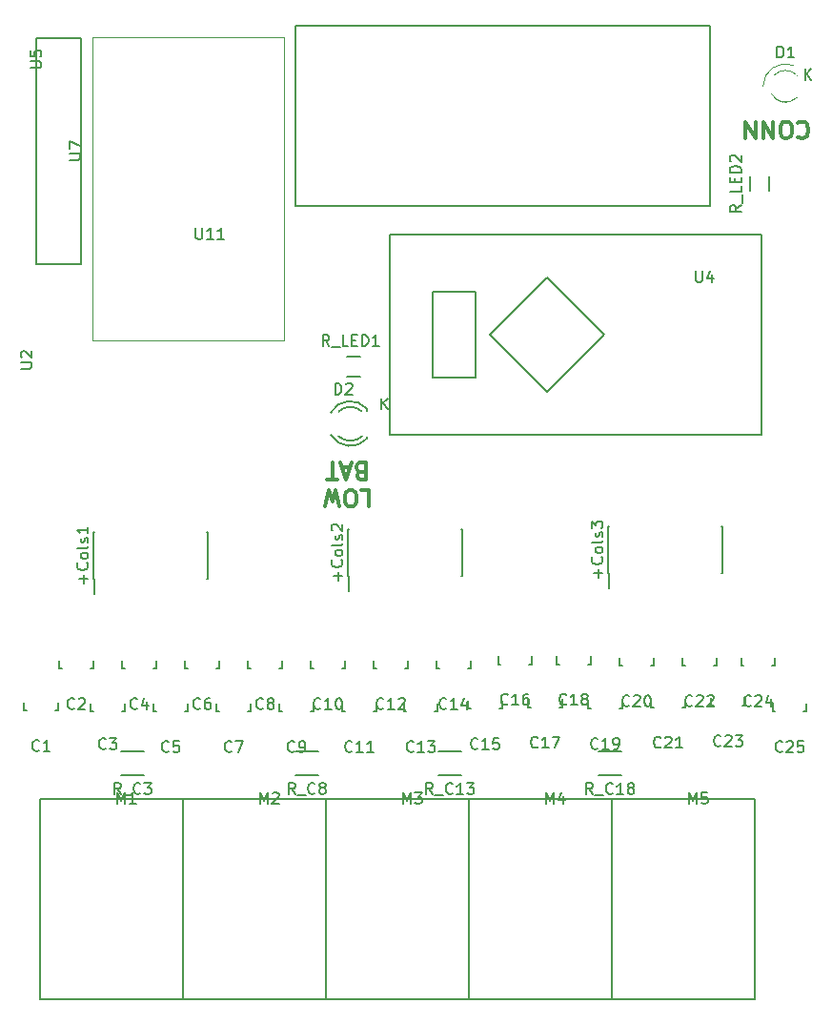
<source format=gbr>
G04 #@! TF.FileFunction,Legend,Top*
%FSLAX46Y46*%
G04 Gerber Fmt 4.6, Leading zero omitted, Abs format (unit mm)*
G04 Created by KiCad (PCBNEW 4.0.2+dfsg1-stable) date Po  3. jún 2019, 21:27:26 CEST*
%MOMM*%
G01*
G04 APERTURE LIST*
%ADD10C,0.100000*%
%ADD11C,0.300000*%
%ADD12C,0.150000*%
G04 APERTURE END LIST*
D10*
D11*
X147736571Y-94501429D02*
X148450857Y-94501429D01*
X148450857Y-96001429D01*
X146950857Y-96001429D02*
X146665143Y-96001429D01*
X146522285Y-95930000D01*
X146379428Y-95787143D01*
X146308000Y-95501429D01*
X146308000Y-95001429D01*
X146379428Y-94715714D01*
X146522285Y-94572857D01*
X146665143Y-94501429D01*
X146950857Y-94501429D01*
X147093714Y-94572857D01*
X147236571Y-94715714D01*
X147308000Y-95001429D01*
X147308000Y-95501429D01*
X147236571Y-95787143D01*
X147093714Y-95930000D01*
X146950857Y-96001429D01*
X145807999Y-96001429D02*
X145450856Y-94501429D01*
X145165142Y-95572857D01*
X144879428Y-94501429D01*
X144522285Y-96001429D01*
X147665142Y-92887143D02*
X147450856Y-92815714D01*
X147379428Y-92744286D01*
X147307999Y-92601429D01*
X147307999Y-92387143D01*
X147379428Y-92244286D01*
X147450856Y-92172857D01*
X147593714Y-92101429D01*
X148165142Y-92101429D01*
X148165142Y-93601429D01*
X147665142Y-93601429D01*
X147522285Y-93530000D01*
X147450856Y-93458571D01*
X147379428Y-93315714D01*
X147379428Y-93172857D01*
X147450856Y-93030000D01*
X147522285Y-92958571D01*
X147665142Y-92887143D01*
X148165142Y-92887143D01*
X146736571Y-92530000D02*
X146022285Y-92530000D01*
X146879428Y-92101429D02*
X146379428Y-93601429D01*
X145879428Y-92101429D01*
X145593714Y-93601429D02*
X144736571Y-93601429D01*
X145165142Y-92101429D02*
X145165142Y-93601429D01*
X186550857Y-61948286D02*
X186622286Y-61876857D01*
X186836572Y-61805429D01*
X186979429Y-61805429D01*
X187193714Y-61876857D01*
X187336572Y-62019714D01*
X187408000Y-62162571D01*
X187479429Y-62448286D01*
X187479429Y-62662571D01*
X187408000Y-62948286D01*
X187336572Y-63091143D01*
X187193714Y-63234000D01*
X186979429Y-63305429D01*
X186836572Y-63305429D01*
X186622286Y-63234000D01*
X186550857Y-63162571D01*
X185622286Y-63305429D02*
X185336572Y-63305429D01*
X185193714Y-63234000D01*
X185050857Y-63091143D01*
X184979429Y-62805429D01*
X184979429Y-62305429D01*
X185050857Y-62019714D01*
X185193714Y-61876857D01*
X185336572Y-61805429D01*
X185622286Y-61805429D01*
X185765143Y-61876857D01*
X185908000Y-62019714D01*
X185979429Y-62305429D01*
X185979429Y-62805429D01*
X185908000Y-63091143D01*
X185765143Y-63234000D01*
X185622286Y-63305429D01*
X184336571Y-61805429D02*
X184336571Y-63305429D01*
X183479428Y-61805429D01*
X183479428Y-63305429D01*
X182765142Y-61805429D02*
X182765142Y-63305429D01*
X181907999Y-61805429D01*
X181907999Y-63305429D01*
D12*
X168070000Y-81958000D02*
X169340000Y-80688000D01*
X169340000Y-80688000D02*
X164260000Y-75608000D01*
X164260000Y-75608000D02*
X159180000Y-80688000D01*
X159180000Y-80688000D02*
X164260000Y-85768000D01*
X164260000Y-85768000D02*
X168070000Y-81958000D01*
X154100000Y-76878000D02*
X157910000Y-76878000D01*
X157910000Y-76878000D02*
X157910000Y-84498000D01*
X157910000Y-84498000D02*
X156640000Y-84498000D01*
X154100000Y-76878000D02*
X154100000Y-84498000D01*
X154100000Y-84498000D02*
X156640000Y-84498000D01*
X183310000Y-89578000D02*
X183310000Y-71798000D01*
X183310000Y-71798000D02*
X150290000Y-71798000D01*
X150290000Y-71798000D02*
X150290000Y-89578000D01*
X150290000Y-89578000D02*
X183310000Y-89578000D01*
X118858000Y-74432000D02*
X118858000Y-54432000D01*
X122858000Y-64432000D02*
X122858000Y-74432000D01*
X122858000Y-74432000D02*
X118858000Y-74432000D01*
X118858000Y-54432000D02*
X122858000Y-54432000D01*
X122858000Y-54432000D02*
X122858000Y-64432000D01*
X131953000Y-139700000D02*
X144653000Y-139700000D01*
X131953000Y-121920000D02*
X144653000Y-121920000D01*
X144653000Y-121920000D02*
X144653000Y-139700000D01*
X131953000Y-139700000D02*
X131953000Y-121920000D01*
X119253000Y-139700000D02*
X131953000Y-139700000D01*
X119253000Y-121920000D02*
X131953000Y-121920000D01*
X131953000Y-121920000D02*
X131953000Y-139700000D01*
X119253000Y-139700000D02*
X119253000Y-121920000D01*
X179299820Y-109423200D02*
X179299820Y-110124240D01*
X179299820Y-110124240D02*
X179050900Y-110124240D01*
X176500840Y-110124240D02*
X176300180Y-110124240D01*
X176300180Y-110124240D02*
X176300180Y-109423200D01*
X168123820Y-109296200D02*
X168123820Y-109997240D01*
X168123820Y-109997240D02*
X167874900Y-109997240D01*
X165324840Y-109997240D02*
X165124180Y-109997240D01*
X165124180Y-109997240D02*
X165124180Y-109296200D01*
X160249820Y-113233200D02*
X160249820Y-113934240D01*
X160249820Y-113934240D02*
X160000900Y-113934240D01*
X157450840Y-113934240D02*
X157250180Y-113934240D01*
X157250180Y-113934240D02*
X157250180Y-113233200D01*
X184009000Y-66710000D02*
X184009000Y-67910000D01*
X182259000Y-67910000D02*
X182259000Y-66710000D01*
D10*
X186436000Y-57674000D02*
X186436000Y-57674000D01*
X186436000Y-59674000D02*
X186436000Y-59674000D01*
X184175926Y-59316040D02*
G75*
G03X186436000Y-59674000I1260074J642040D01*
G01*
X184526961Y-59757351D02*
G75*
G03X186436000Y-59674000I909039J1083351D01*
G01*
X186120040Y-56794615D02*
G75*
G03X183436000Y-58674000I-684040J-1879385D01*
G01*
X186382294Y-57623034D02*
G75*
G03X184436000Y-57674000I-946294J-1050966D01*
G01*
D12*
X187300820Y-113487200D02*
X187300820Y-114188240D01*
X187300820Y-114188240D02*
X187051900Y-114188240D01*
X184501840Y-114188240D02*
X184301180Y-114188240D01*
X184301180Y-114188240D02*
X184301180Y-113487200D01*
X120801820Y-113403200D02*
X120801820Y-114104240D01*
X120801820Y-114104240D02*
X120552900Y-114104240D01*
X118002840Y-114104240D02*
X117802180Y-114104240D01*
X117802180Y-114104240D02*
X117802180Y-113403200D01*
X184506820Y-109423200D02*
X184506820Y-110124240D01*
X184506820Y-110124240D02*
X184257900Y-110124240D01*
X181707840Y-110124240D02*
X181507180Y-110124240D01*
X181507180Y-110124240D02*
X181507180Y-109423200D01*
X181839820Y-112979200D02*
X181839820Y-113680240D01*
X181839820Y-113680240D02*
X181590900Y-113680240D01*
X179040840Y-113680240D02*
X178840180Y-113680240D01*
X178840180Y-113680240D02*
X178840180Y-112979200D01*
X165583820Y-113106200D02*
X165583820Y-113807240D01*
X165583820Y-113807240D02*
X165334900Y-113807240D01*
X162784840Y-113807240D02*
X162584180Y-113807240D01*
X162584180Y-113807240D02*
X162584180Y-113106200D01*
X157455820Y-109677200D02*
X157455820Y-110378240D01*
X157455820Y-110378240D02*
X157206900Y-110378240D01*
X154656840Y-110378240D02*
X154456180Y-110378240D01*
X154456180Y-110378240D02*
X154456180Y-109677200D01*
X154534820Y-113487200D02*
X154534820Y-114188240D01*
X154534820Y-114188240D02*
X154285900Y-114188240D01*
X151735840Y-114188240D02*
X151535180Y-114188240D01*
X151535180Y-114188240D02*
X151535180Y-113487200D01*
X151867820Y-109677200D02*
X151867820Y-110378240D01*
X151867820Y-110378240D02*
X151618900Y-110378240D01*
X149068840Y-110378240D02*
X148868180Y-110378240D01*
X148868180Y-110378240D02*
X148868180Y-109677200D01*
X149073820Y-113487200D02*
X149073820Y-114188240D01*
X149073820Y-114188240D02*
X148824900Y-114188240D01*
X146274840Y-114188240D02*
X146074180Y-114188240D01*
X146074180Y-114188240D02*
X146074180Y-113487200D01*
X146279820Y-109677200D02*
X146279820Y-110378240D01*
X146279820Y-110378240D02*
X146030900Y-110378240D01*
X143480840Y-110378240D02*
X143280180Y-110378240D01*
X143280180Y-110378240D02*
X143280180Y-109677200D01*
X143485820Y-113487200D02*
X143485820Y-114188240D01*
X143485820Y-114188240D02*
X143236900Y-114188240D01*
X140686840Y-114188240D02*
X140486180Y-114188240D01*
X140486180Y-114188240D02*
X140486180Y-113487200D01*
X140691820Y-109677200D02*
X140691820Y-110378240D01*
X140691820Y-110378240D02*
X140442900Y-110378240D01*
X137892840Y-110378240D02*
X137692180Y-110378240D01*
X137692180Y-110378240D02*
X137692180Y-109677200D01*
X137897820Y-113487200D02*
X137897820Y-114188240D01*
X137897820Y-114188240D02*
X137648900Y-114188240D01*
X135098840Y-114188240D02*
X134898180Y-114188240D01*
X134898180Y-114188240D02*
X134898180Y-113487200D01*
X132309820Y-113487200D02*
X132309820Y-114188240D01*
X132309820Y-114188240D02*
X132060900Y-114188240D01*
X129510840Y-114188240D02*
X129310180Y-114188240D01*
X129310180Y-114188240D02*
X129310180Y-113487200D01*
X129515820Y-109677200D02*
X129515820Y-110378240D01*
X129515820Y-110378240D02*
X129266900Y-110378240D01*
X126716840Y-110378240D02*
X126516180Y-110378240D01*
X126516180Y-110378240D02*
X126516180Y-109677200D01*
X126721820Y-113487200D02*
X126721820Y-114188240D01*
X126721820Y-114188240D02*
X126472900Y-114188240D01*
X123922840Y-114188240D02*
X123722180Y-114188240D01*
X123722180Y-114188240D02*
X123722180Y-113487200D01*
X123927820Y-109677200D02*
X123927820Y-110378240D01*
X123927820Y-110378240D02*
X123678900Y-110378240D01*
X121128840Y-110378240D02*
X120928180Y-110378240D01*
X120928180Y-110378240D02*
X120928180Y-109677200D01*
X135103820Y-109677200D02*
X135103820Y-110378240D01*
X135103820Y-110378240D02*
X134854900Y-110378240D01*
X132304840Y-110378240D02*
X132104180Y-110378240D01*
X132104180Y-110378240D02*
X132104180Y-109677200D01*
X176505820Y-113106200D02*
X176505820Y-113807240D01*
X176505820Y-113807240D02*
X176256900Y-113807240D01*
X173706840Y-113807240D02*
X173506180Y-113807240D01*
X173506180Y-113807240D02*
X173506180Y-113106200D01*
X173711820Y-109423200D02*
X173711820Y-110124240D01*
X173711820Y-110124240D02*
X173462900Y-110124240D01*
X170912840Y-110124240D02*
X170712180Y-110124240D01*
X170712180Y-110124240D02*
X170712180Y-109423200D01*
X170053000Y-139700000D02*
X182753000Y-139700000D01*
X170053000Y-121920000D02*
X182753000Y-121920000D01*
X182753000Y-121920000D02*
X182753000Y-139700000D01*
X170053000Y-139700000D02*
X170053000Y-121920000D01*
X144653000Y-139700000D02*
X157353000Y-139700000D01*
X144653000Y-121920000D02*
X157353000Y-121920000D01*
X157353000Y-121920000D02*
X157353000Y-139700000D01*
X144653000Y-139700000D02*
X144653000Y-121920000D01*
X157353000Y-139700000D02*
X170053000Y-139700000D01*
X157353000Y-121920000D02*
X170053000Y-121920000D01*
X170053000Y-121920000D02*
X170053000Y-139700000D01*
X157353000Y-139700000D02*
X157353000Y-121920000D01*
X162916820Y-109296200D02*
X162916820Y-109997240D01*
X162916820Y-109997240D02*
X162667900Y-109997240D01*
X160117840Y-109997240D02*
X159917180Y-109997240D01*
X159917180Y-109997240D02*
X159917180Y-109296200D01*
X170917820Y-113233200D02*
X170917820Y-113934240D01*
X170917820Y-113934240D02*
X170668900Y-113934240D01*
X168118840Y-113934240D02*
X167918180Y-113934240D01*
X167918180Y-113934240D02*
X167918180Y-113233200D01*
X178738000Y-69258000D02*
X178738000Y-53256000D01*
X141908000Y-54018000D02*
X141908000Y-53256000D01*
X141908000Y-53256000D02*
X178738000Y-53256000D01*
X178738000Y-69258000D02*
X141908000Y-69258000D01*
X141908000Y-69258000D02*
X141908000Y-54018000D01*
X126430000Y-117713000D02*
X128430000Y-117713000D01*
X128430000Y-119863000D02*
X126430000Y-119863000D01*
X141924000Y-117713000D02*
X143924000Y-117713000D01*
X143924000Y-119863000D02*
X141924000Y-119863000D01*
X154624000Y-117713000D02*
X156624000Y-117713000D01*
X156624000Y-119863000D02*
X154624000Y-119863000D01*
X168848000Y-117713000D02*
X170848000Y-117713000D01*
X170848000Y-119863000D02*
X168848000Y-119863000D01*
X123957000Y-102405000D02*
X124062000Y-102405000D01*
X123957000Y-98255000D02*
X124062000Y-98255000D01*
X134107000Y-98255000D02*
X134002000Y-98255000D01*
X134107000Y-102405000D02*
X134002000Y-102405000D01*
X123957000Y-102405000D02*
X123957000Y-98255000D01*
X134107000Y-102405000D02*
X134107000Y-98255000D01*
X124062000Y-102405000D02*
X124062000Y-103780000D01*
X146563000Y-102151000D02*
X146668000Y-102151000D01*
X146563000Y-98001000D02*
X146668000Y-98001000D01*
X156713000Y-98001000D02*
X156608000Y-98001000D01*
X156713000Y-102151000D02*
X156608000Y-102151000D01*
X146563000Y-102151000D02*
X146563000Y-98001000D01*
X156713000Y-102151000D02*
X156713000Y-98001000D01*
X146668000Y-102151000D02*
X146668000Y-103526000D01*
X169677000Y-101897000D02*
X169782000Y-101897000D01*
X169677000Y-97747000D02*
X169782000Y-97747000D01*
X179827000Y-97747000D02*
X179722000Y-97747000D01*
X179827000Y-101897000D02*
X179722000Y-101897000D01*
X169677000Y-101897000D02*
X169677000Y-97747000D01*
X179827000Y-101897000D02*
X179827000Y-97747000D01*
X169782000Y-101897000D02*
X169782000Y-103272000D01*
X146466000Y-82691000D02*
X147666000Y-82691000D01*
X147666000Y-84441000D02*
X146466000Y-84441000D01*
X148281000Y-87332000D02*
X148281000Y-87532000D01*
X148281000Y-89926000D02*
X148281000Y-89746000D01*
X145053256Y-89615643D02*
G75*
G03X148281000Y-89932000I1727744J1003643D01*
G01*
X145728994Y-89745068D02*
G75*
G03X147832000Y-89746000I1052006J1133068D01*
G01*
X148268220Y-87305274D02*
G75*
G03X145031000Y-87652000I-1497220J-1306726D01*
G01*
X147794889Y-87532747D02*
G75*
G03X145747000Y-87552000I-1013889J-1079253D01*
G01*
D10*
X123874000Y-54272000D02*
X123874000Y-81272000D01*
X123874000Y-81272000D02*
X136874000Y-81272000D01*
X136874000Y-81272000D02*
X140874000Y-81272000D01*
X140874000Y-81272000D02*
X140874000Y-54272000D01*
X140874000Y-54272000D02*
X123874000Y-54272000D01*
D12*
X177468095Y-75060381D02*
X177468095Y-75869905D01*
X177515714Y-75965143D01*
X177563333Y-76012762D01*
X177658571Y-76060381D01*
X177849048Y-76060381D01*
X177944286Y-76012762D01*
X177991905Y-75965143D01*
X178039524Y-75869905D01*
X178039524Y-75060381D01*
X178944286Y-75393714D02*
X178944286Y-76060381D01*
X178706190Y-75012762D02*
X178468095Y-75727048D01*
X179087143Y-75727048D01*
X121810381Y-65193905D02*
X122619905Y-65193905D01*
X122715143Y-65146286D01*
X122762762Y-65098667D01*
X122810381Y-65003429D01*
X122810381Y-64812952D01*
X122762762Y-64717714D01*
X122715143Y-64670095D01*
X122619905Y-64622476D01*
X121810381Y-64622476D01*
X121810381Y-64241524D02*
X121810381Y-63574857D01*
X122810381Y-64003429D01*
X117492381Y-83735905D02*
X118301905Y-83735905D01*
X118397143Y-83688286D01*
X118444762Y-83640667D01*
X118492381Y-83545429D01*
X118492381Y-83354952D01*
X118444762Y-83259714D01*
X118397143Y-83212095D01*
X118301905Y-83164476D01*
X117492381Y-83164476D01*
X117587619Y-82735905D02*
X117540000Y-82688286D01*
X117492381Y-82593048D01*
X117492381Y-82354952D01*
X117540000Y-82259714D01*
X117587619Y-82212095D01*
X117682857Y-82164476D01*
X117778095Y-82164476D01*
X117920952Y-82212095D01*
X118492381Y-82783524D01*
X118492381Y-82164476D01*
X138763476Y-122372381D02*
X138763476Y-121372381D01*
X139096810Y-122086667D01*
X139430143Y-121372381D01*
X139430143Y-122372381D01*
X139858714Y-121467619D02*
X139906333Y-121420000D01*
X140001571Y-121372381D01*
X140239667Y-121372381D01*
X140334905Y-121420000D01*
X140382524Y-121467619D01*
X140430143Y-121562857D01*
X140430143Y-121658095D01*
X140382524Y-121800952D01*
X139811095Y-122372381D01*
X140430143Y-122372381D01*
X126063476Y-122372381D02*
X126063476Y-121372381D01*
X126396810Y-122086667D01*
X126730143Y-121372381D01*
X126730143Y-122372381D01*
X127730143Y-122372381D02*
X127158714Y-122372381D01*
X127444428Y-122372381D02*
X127444428Y-121372381D01*
X127349190Y-121515238D01*
X127253952Y-121610476D01*
X127158714Y-121658095D01*
X177157143Y-113641143D02*
X177109524Y-113688762D01*
X176966667Y-113736381D01*
X176871429Y-113736381D01*
X176728571Y-113688762D01*
X176633333Y-113593524D01*
X176585714Y-113498286D01*
X176538095Y-113307810D01*
X176538095Y-113164952D01*
X176585714Y-112974476D01*
X176633333Y-112879238D01*
X176728571Y-112784000D01*
X176871429Y-112736381D01*
X176966667Y-112736381D01*
X177109524Y-112784000D01*
X177157143Y-112831619D01*
X177538095Y-112831619D02*
X177585714Y-112784000D01*
X177680952Y-112736381D01*
X177919048Y-112736381D01*
X178014286Y-112784000D01*
X178061905Y-112831619D01*
X178109524Y-112926857D01*
X178109524Y-113022095D01*
X178061905Y-113164952D01*
X177490476Y-113736381D01*
X178109524Y-113736381D01*
X178490476Y-112831619D02*
X178538095Y-112784000D01*
X178633333Y-112736381D01*
X178871429Y-112736381D01*
X178966667Y-112784000D01*
X179014286Y-112831619D01*
X179061905Y-112926857D01*
X179061905Y-113022095D01*
X179014286Y-113164952D01*
X178442857Y-113736381D01*
X179061905Y-113736381D01*
X165981143Y-113514143D02*
X165933524Y-113561762D01*
X165790667Y-113609381D01*
X165695429Y-113609381D01*
X165552571Y-113561762D01*
X165457333Y-113466524D01*
X165409714Y-113371286D01*
X165362095Y-113180810D01*
X165362095Y-113037952D01*
X165409714Y-112847476D01*
X165457333Y-112752238D01*
X165552571Y-112657000D01*
X165695429Y-112609381D01*
X165790667Y-112609381D01*
X165933524Y-112657000D01*
X165981143Y-112704619D01*
X166933524Y-113609381D02*
X166362095Y-113609381D01*
X166647809Y-113609381D02*
X166647809Y-112609381D01*
X166552571Y-112752238D01*
X166457333Y-112847476D01*
X166362095Y-112895095D01*
X167504952Y-113037952D02*
X167409714Y-112990333D01*
X167362095Y-112942714D01*
X167314476Y-112847476D01*
X167314476Y-112799857D01*
X167362095Y-112704619D01*
X167409714Y-112657000D01*
X167504952Y-112609381D01*
X167695429Y-112609381D01*
X167790667Y-112657000D01*
X167838286Y-112704619D01*
X167885905Y-112799857D01*
X167885905Y-112847476D01*
X167838286Y-112942714D01*
X167790667Y-112990333D01*
X167695429Y-113037952D01*
X167504952Y-113037952D01*
X167409714Y-113085571D01*
X167362095Y-113133190D01*
X167314476Y-113228429D01*
X167314476Y-113418905D01*
X167362095Y-113514143D01*
X167409714Y-113561762D01*
X167504952Y-113609381D01*
X167695429Y-113609381D01*
X167790667Y-113561762D01*
X167838286Y-113514143D01*
X167885905Y-113418905D01*
X167885905Y-113228429D01*
X167838286Y-113133190D01*
X167790667Y-113085571D01*
X167695429Y-113037952D01*
X158107143Y-117451143D02*
X158059524Y-117498762D01*
X157916667Y-117546381D01*
X157821429Y-117546381D01*
X157678571Y-117498762D01*
X157583333Y-117403524D01*
X157535714Y-117308286D01*
X157488095Y-117117810D01*
X157488095Y-116974952D01*
X157535714Y-116784476D01*
X157583333Y-116689238D01*
X157678571Y-116594000D01*
X157821429Y-116546381D01*
X157916667Y-116546381D01*
X158059524Y-116594000D01*
X158107143Y-116641619D01*
X159059524Y-117546381D02*
X158488095Y-117546381D01*
X158773809Y-117546381D02*
X158773809Y-116546381D01*
X158678571Y-116689238D01*
X158583333Y-116784476D01*
X158488095Y-116832095D01*
X159964286Y-116546381D02*
X159488095Y-116546381D01*
X159440476Y-117022571D01*
X159488095Y-116974952D01*
X159583333Y-116927333D01*
X159821429Y-116927333D01*
X159916667Y-116974952D01*
X159964286Y-117022571D01*
X160011905Y-117117810D01*
X160011905Y-117355905D01*
X159964286Y-117451143D01*
X159916667Y-117498762D01*
X159821429Y-117546381D01*
X159583333Y-117546381D01*
X159488095Y-117498762D01*
X159440476Y-117451143D01*
X181486381Y-69214762D02*
X181010190Y-69548096D01*
X181486381Y-69786191D02*
X180486381Y-69786191D01*
X180486381Y-69405238D01*
X180534000Y-69310000D01*
X180581619Y-69262381D01*
X180676857Y-69214762D01*
X180819714Y-69214762D01*
X180914952Y-69262381D01*
X180962571Y-69310000D01*
X181010190Y-69405238D01*
X181010190Y-69786191D01*
X181581619Y-69024286D02*
X181581619Y-68262381D01*
X181486381Y-67548095D02*
X181486381Y-68024286D01*
X180486381Y-68024286D01*
X180962571Y-67214762D02*
X180962571Y-66881428D01*
X181486381Y-66738571D02*
X181486381Y-67214762D01*
X180486381Y-67214762D01*
X180486381Y-66738571D01*
X181486381Y-66310000D02*
X180486381Y-66310000D01*
X180486381Y-66071905D01*
X180534000Y-65929047D01*
X180629238Y-65833809D01*
X180724476Y-65786190D01*
X180914952Y-65738571D01*
X181057810Y-65738571D01*
X181248286Y-65786190D01*
X181343524Y-65833809D01*
X181438762Y-65929047D01*
X181486381Y-66071905D01*
X181486381Y-66310000D01*
X180581619Y-65357619D02*
X180534000Y-65310000D01*
X180486381Y-65214762D01*
X180486381Y-64976666D01*
X180534000Y-64881428D01*
X180581619Y-64833809D01*
X180676857Y-64786190D01*
X180772095Y-64786190D01*
X180914952Y-64833809D01*
X181486381Y-65405238D01*
X181486381Y-64786190D01*
X184697905Y-56126381D02*
X184697905Y-55126381D01*
X184936000Y-55126381D01*
X185078858Y-55174000D01*
X185174096Y-55269238D01*
X185221715Y-55364476D01*
X185269334Y-55554952D01*
X185269334Y-55697810D01*
X185221715Y-55888286D01*
X185174096Y-55983524D01*
X185078858Y-56078762D01*
X184936000Y-56126381D01*
X184697905Y-56126381D01*
X186221715Y-56126381D02*
X185650286Y-56126381D01*
X185936000Y-56126381D02*
X185936000Y-55126381D01*
X185840762Y-55269238D01*
X185745524Y-55364476D01*
X185650286Y-55412095D01*
X187174095Y-58126381D02*
X187174095Y-57126381D01*
X187745524Y-58126381D02*
X187316952Y-57554952D01*
X187745524Y-57126381D02*
X187174095Y-57697810D01*
X185158143Y-117705143D02*
X185110524Y-117752762D01*
X184967667Y-117800381D01*
X184872429Y-117800381D01*
X184729571Y-117752762D01*
X184634333Y-117657524D01*
X184586714Y-117562286D01*
X184539095Y-117371810D01*
X184539095Y-117228952D01*
X184586714Y-117038476D01*
X184634333Y-116943238D01*
X184729571Y-116848000D01*
X184872429Y-116800381D01*
X184967667Y-116800381D01*
X185110524Y-116848000D01*
X185158143Y-116895619D01*
X185539095Y-116895619D02*
X185586714Y-116848000D01*
X185681952Y-116800381D01*
X185920048Y-116800381D01*
X186015286Y-116848000D01*
X186062905Y-116895619D01*
X186110524Y-116990857D01*
X186110524Y-117086095D01*
X186062905Y-117228952D01*
X185491476Y-117800381D01*
X186110524Y-117800381D01*
X187015286Y-116800381D02*
X186539095Y-116800381D01*
X186491476Y-117276571D01*
X186539095Y-117228952D01*
X186634333Y-117181333D01*
X186872429Y-117181333D01*
X186967667Y-117228952D01*
X187015286Y-117276571D01*
X187062905Y-117371810D01*
X187062905Y-117609905D01*
X187015286Y-117705143D01*
X186967667Y-117752762D01*
X186872429Y-117800381D01*
X186634333Y-117800381D01*
X186539095Y-117752762D01*
X186491476Y-117705143D01*
X119135334Y-117621143D02*
X119087715Y-117668762D01*
X118944858Y-117716381D01*
X118849620Y-117716381D01*
X118706762Y-117668762D01*
X118611524Y-117573524D01*
X118563905Y-117478286D01*
X118516286Y-117287810D01*
X118516286Y-117144952D01*
X118563905Y-116954476D01*
X118611524Y-116859238D01*
X118706762Y-116764000D01*
X118849620Y-116716381D01*
X118944858Y-116716381D01*
X119087715Y-116764000D01*
X119135334Y-116811619D01*
X120087715Y-117716381D02*
X119516286Y-117716381D01*
X119802000Y-117716381D02*
X119802000Y-116716381D01*
X119706762Y-116859238D01*
X119611524Y-116954476D01*
X119516286Y-117002095D01*
X182364143Y-113641143D02*
X182316524Y-113688762D01*
X182173667Y-113736381D01*
X182078429Y-113736381D01*
X181935571Y-113688762D01*
X181840333Y-113593524D01*
X181792714Y-113498286D01*
X181745095Y-113307810D01*
X181745095Y-113164952D01*
X181792714Y-112974476D01*
X181840333Y-112879238D01*
X181935571Y-112784000D01*
X182078429Y-112736381D01*
X182173667Y-112736381D01*
X182316524Y-112784000D01*
X182364143Y-112831619D01*
X182745095Y-112831619D02*
X182792714Y-112784000D01*
X182887952Y-112736381D01*
X183126048Y-112736381D01*
X183221286Y-112784000D01*
X183268905Y-112831619D01*
X183316524Y-112926857D01*
X183316524Y-113022095D01*
X183268905Y-113164952D01*
X182697476Y-113736381D01*
X183316524Y-113736381D01*
X184173667Y-113069714D02*
X184173667Y-113736381D01*
X183935571Y-112688762D02*
X183697476Y-113403048D01*
X184316524Y-113403048D01*
X179697143Y-117197143D02*
X179649524Y-117244762D01*
X179506667Y-117292381D01*
X179411429Y-117292381D01*
X179268571Y-117244762D01*
X179173333Y-117149524D01*
X179125714Y-117054286D01*
X179078095Y-116863810D01*
X179078095Y-116720952D01*
X179125714Y-116530476D01*
X179173333Y-116435238D01*
X179268571Y-116340000D01*
X179411429Y-116292381D01*
X179506667Y-116292381D01*
X179649524Y-116340000D01*
X179697143Y-116387619D01*
X180078095Y-116387619D02*
X180125714Y-116340000D01*
X180220952Y-116292381D01*
X180459048Y-116292381D01*
X180554286Y-116340000D01*
X180601905Y-116387619D01*
X180649524Y-116482857D01*
X180649524Y-116578095D01*
X180601905Y-116720952D01*
X180030476Y-117292381D01*
X180649524Y-117292381D01*
X180982857Y-116292381D02*
X181601905Y-116292381D01*
X181268571Y-116673333D01*
X181411429Y-116673333D01*
X181506667Y-116720952D01*
X181554286Y-116768571D01*
X181601905Y-116863810D01*
X181601905Y-117101905D01*
X181554286Y-117197143D01*
X181506667Y-117244762D01*
X181411429Y-117292381D01*
X181125714Y-117292381D01*
X181030476Y-117244762D01*
X180982857Y-117197143D01*
X163441143Y-117324143D02*
X163393524Y-117371762D01*
X163250667Y-117419381D01*
X163155429Y-117419381D01*
X163012571Y-117371762D01*
X162917333Y-117276524D01*
X162869714Y-117181286D01*
X162822095Y-116990810D01*
X162822095Y-116847952D01*
X162869714Y-116657476D01*
X162917333Y-116562238D01*
X163012571Y-116467000D01*
X163155429Y-116419381D01*
X163250667Y-116419381D01*
X163393524Y-116467000D01*
X163441143Y-116514619D01*
X164393524Y-117419381D02*
X163822095Y-117419381D01*
X164107809Y-117419381D02*
X164107809Y-116419381D01*
X164012571Y-116562238D01*
X163917333Y-116657476D01*
X163822095Y-116705095D01*
X164726857Y-116419381D02*
X165393524Y-116419381D01*
X164964952Y-117419381D01*
X155313143Y-113895143D02*
X155265524Y-113942762D01*
X155122667Y-113990381D01*
X155027429Y-113990381D01*
X154884571Y-113942762D01*
X154789333Y-113847524D01*
X154741714Y-113752286D01*
X154694095Y-113561810D01*
X154694095Y-113418952D01*
X154741714Y-113228476D01*
X154789333Y-113133238D01*
X154884571Y-113038000D01*
X155027429Y-112990381D01*
X155122667Y-112990381D01*
X155265524Y-113038000D01*
X155313143Y-113085619D01*
X156265524Y-113990381D02*
X155694095Y-113990381D01*
X155979809Y-113990381D02*
X155979809Y-112990381D01*
X155884571Y-113133238D01*
X155789333Y-113228476D01*
X155694095Y-113276095D01*
X157122667Y-113323714D02*
X157122667Y-113990381D01*
X156884571Y-112942762D02*
X156646476Y-113657048D01*
X157265524Y-113657048D01*
X152392143Y-117705143D02*
X152344524Y-117752762D01*
X152201667Y-117800381D01*
X152106429Y-117800381D01*
X151963571Y-117752762D01*
X151868333Y-117657524D01*
X151820714Y-117562286D01*
X151773095Y-117371810D01*
X151773095Y-117228952D01*
X151820714Y-117038476D01*
X151868333Y-116943238D01*
X151963571Y-116848000D01*
X152106429Y-116800381D01*
X152201667Y-116800381D01*
X152344524Y-116848000D01*
X152392143Y-116895619D01*
X153344524Y-117800381D02*
X152773095Y-117800381D01*
X153058809Y-117800381D02*
X153058809Y-116800381D01*
X152963571Y-116943238D01*
X152868333Y-117038476D01*
X152773095Y-117086095D01*
X153677857Y-116800381D02*
X154296905Y-116800381D01*
X153963571Y-117181333D01*
X154106429Y-117181333D01*
X154201667Y-117228952D01*
X154249286Y-117276571D01*
X154296905Y-117371810D01*
X154296905Y-117609905D01*
X154249286Y-117705143D01*
X154201667Y-117752762D01*
X154106429Y-117800381D01*
X153820714Y-117800381D01*
X153725476Y-117752762D01*
X153677857Y-117705143D01*
X149725143Y-113895143D02*
X149677524Y-113942762D01*
X149534667Y-113990381D01*
X149439429Y-113990381D01*
X149296571Y-113942762D01*
X149201333Y-113847524D01*
X149153714Y-113752286D01*
X149106095Y-113561810D01*
X149106095Y-113418952D01*
X149153714Y-113228476D01*
X149201333Y-113133238D01*
X149296571Y-113038000D01*
X149439429Y-112990381D01*
X149534667Y-112990381D01*
X149677524Y-113038000D01*
X149725143Y-113085619D01*
X150677524Y-113990381D02*
X150106095Y-113990381D01*
X150391809Y-113990381D02*
X150391809Y-112990381D01*
X150296571Y-113133238D01*
X150201333Y-113228476D01*
X150106095Y-113276095D01*
X151058476Y-113085619D02*
X151106095Y-113038000D01*
X151201333Y-112990381D01*
X151439429Y-112990381D01*
X151534667Y-113038000D01*
X151582286Y-113085619D01*
X151629905Y-113180857D01*
X151629905Y-113276095D01*
X151582286Y-113418952D01*
X151010857Y-113990381D01*
X151629905Y-113990381D01*
X146931143Y-117705143D02*
X146883524Y-117752762D01*
X146740667Y-117800381D01*
X146645429Y-117800381D01*
X146502571Y-117752762D01*
X146407333Y-117657524D01*
X146359714Y-117562286D01*
X146312095Y-117371810D01*
X146312095Y-117228952D01*
X146359714Y-117038476D01*
X146407333Y-116943238D01*
X146502571Y-116848000D01*
X146645429Y-116800381D01*
X146740667Y-116800381D01*
X146883524Y-116848000D01*
X146931143Y-116895619D01*
X147883524Y-117800381D02*
X147312095Y-117800381D01*
X147597809Y-117800381D02*
X147597809Y-116800381D01*
X147502571Y-116943238D01*
X147407333Y-117038476D01*
X147312095Y-117086095D01*
X148835905Y-117800381D02*
X148264476Y-117800381D01*
X148550190Y-117800381D02*
X148550190Y-116800381D01*
X148454952Y-116943238D01*
X148359714Y-117038476D01*
X148264476Y-117086095D01*
X144137143Y-113895143D02*
X144089524Y-113942762D01*
X143946667Y-113990381D01*
X143851429Y-113990381D01*
X143708571Y-113942762D01*
X143613333Y-113847524D01*
X143565714Y-113752286D01*
X143518095Y-113561810D01*
X143518095Y-113418952D01*
X143565714Y-113228476D01*
X143613333Y-113133238D01*
X143708571Y-113038000D01*
X143851429Y-112990381D01*
X143946667Y-112990381D01*
X144089524Y-113038000D01*
X144137143Y-113085619D01*
X145089524Y-113990381D02*
X144518095Y-113990381D01*
X144803809Y-113990381D02*
X144803809Y-112990381D01*
X144708571Y-113133238D01*
X144613333Y-113228476D01*
X144518095Y-113276095D01*
X145708571Y-112990381D02*
X145803810Y-112990381D01*
X145899048Y-113038000D01*
X145946667Y-113085619D01*
X145994286Y-113180857D01*
X146041905Y-113371333D01*
X146041905Y-113609429D01*
X145994286Y-113799905D01*
X145946667Y-113895143D01*
X145899048Y-113942762D01*
X145803810Y-113990381D01*
X145708571Y-113990381D01*
X145613333Y-113942762D01*
X145565714Y-113895143D01*
X145518095Y-113799905D01*
X145470476Y-113609429D01*
X145470476Y-113371333D01*
X145518095Y-113180857D01*
X145565714Y-113085619D01*
X145613333Y-113038000D01*
X145708571Y-112990381D01*
X141819334Y-117705143D02*
X141771715Y-117752762D01*
X141628858Y-117800381D01*
X141533620Y-117800381D01*
X141390762Y-117752762D01*
X141295524Y-117657524D01*
X141247905Y-117562286D01*
X141200286Y-117371810D01*
X141200286Y-117228952D01*
X141247905Y-117038476D01*
X141295524Y-116943238D01*
X141390762Y-116848000D01*
X141533620Y-116800381D01*
X141628858Y-116800381D01*
X141771715Y-116848000D01*
X141819334Y-116895619D01*
X142295524Y-117800381D02*
X142486000Y-117800381D01*
X142581239Y-117752762D01*
X142628858Y-117705143D01*
X142724096Y-117562286D01*
X142771715Y-117371810D01*
X142771715Y-116990857D01*
X142724096Y-116895619D01*
X142676477Y-116848000D01*
X142581239Y-116800381D01*
X142390762Y-116800381D01*
X142295524Y-116848000D01*
X142247905Y-116895619D01*
X142200286Y-116990857D01*
X142200286Y-117228952D01*
X142247905Y-117324190D01*
X142295524Y-117371810D01*
X142390762Y-117419429D01*
X142581239Y-117419429D01*
X142676477Y-117371810D01*
X142724096Y-117324190D01*
X142771715Y-117228952D01*
X139025334Y-113895143D02*
X138977715Y-113942762D01*
X138834858Y-113990381D01*
X138739620Y-113990381D01*
X138596762Y-113942762D01*
X138501524Y-113847524D01*
X138453905Y-113752286D01*
X138406286Y-113561810D01*
X138406286Y-113418952D01*
X138453905Y-113228476D01*
X138501524Y-113133238D01*
X138596762Y-113038000D01*
X138739620Y-112990381D01*
X138834858Y-112990381D01*
X138977715Y-113038000D01*
X139025334Y-113085619D01*
X139596762Y-113418952D02*
X139501524Y-113371333D01*
X139453905Y-113323714D01*
X139406286Y-113228476D01*
X139406286Y-113180857D01*
X139453905Y-113085619D01*
X139501524Y-113038000D01*
X139596762Y-112990381D01*
X139787239Y-112990381D01*
X139882477Y-113038000D01*
X139930096Y-113085619D01*
X139977715Y-113180857D01*
X139977715Y-113228476D01*
X139930096Y-113323714D01*
X139882477Y-113371333D01*
X139787239Y-113418952D01*
X139596762Y-113418952D01*
X139501524Y-113466571D01*
X139453905Y-113514190D01*
X139406286Y-113609429D01*
X139406286Y-113799905D01*
X139453905Y-113895143D01*
X139501524Y-113942762D01*
X139596762Y-113990381D01*
X139787239Y-113990381D01*
X139882477Y-113942762D01*
X139930096Y-113895143D01*
X139977715Y-113799905D01*
X139977715Y-113609429D01*
X139930096Y-113514190D01*
X139882477Y-113466571D01*
X139787239Y-113418952D01*
X136231334Y-117705143D02*
X136183715Y-117752762D01*
X136040858Y-117800381D01*
X135945620Y-117800381D01*
X135802762Y-117752762D01*
X135707524Y-117657524D01*
X135659905Y-117562286D01*
X135612286Y-117371810D01*
X135612286Y-117228952D01*
X135659905Y-117038476D01*
X135707524Y-116943238D01*
X135802762Y-116848000D01*
X135945620Y-116800381D01*
X136040858Y-116800381D01*
X136183715Y-116848000D01*
X136231334Y-116895619D01*
X136564667Y-116800381D02*
X137231334Y-116800381D01*
X136802762Y-117800381D01*
X130643334Y-117705143D02*
X130595715Y-117752762D01*
X130452858Y-117800381D01*
X130357620Y-117800381D01*
X130214762Y-117752762D01*
X130119524Y-117657524D01*
X130071905Y-117562286D01*
X130024286Y-117371810D01*
X130024286Y-117228952D01*
X130071905Y-117038476D01*
X130119524Y-116943238D01*
X130214762Y-116848000D01*
X130357620Y-116800381D01*
X130452858Y-116800381D01*
X130595715Y-116848000D01*
X130643334Y-116895619D01*
X131548096Y-116800381D02*
X131071905Y-116800381D01*
X131024286Y-117276571D01*
X131071905Y-117228952D01*
X131167143Y-117181333D01*
X131405239Y-117181333D01*
X131500477Y-117228952D01*
X131548096Y-117276571D01*
X131595715Y-117371810D01*
X131595715Y-117609905D01*
X131548096Y-117705143D01*
X131500477Y-117752762D01*
X131405239Y-117800381D01*
X131167143Y-117800381D01*
X131071905Y-117752762D01*
X131024286Y-117705143D01*
X127849334Y-113895143D02*
X127801715Y-113942762D01*
X127658858Y-113990381D01*
X127563620Y-113990381D01*
X127420762Y-113942762D01*
X127325524Y-113847524D01*
X127277905Y-113752286D01*
X127230286Y-113561810D01*
X127230286Y-113418952D01*
X127277905Y-113228476D01*
X127325524Y-113133238D01*
X127420762Y-113038000D01*
X127563620Y-112990381D01*
X127658858Y-112990381D01*
X127801715Y-113038000D01*
X127849334Y-113085619D01*
X128706477Y-113323714D02*
X128706477Y-113990381D01*
X128468381Y-112942762D02*
X128230286Y-113657048D01*
X128849334Y-113657048D01*
X125055334Y-117451143D02*
X125007715Y-117498762D01*
X124864858Y-117546381D01*
X124769620Y-117546381D01*
X124626762Y-117498762D01*
X124531524Y-117403524D01*
X124483905Y-117308286D01*
X124436286Y-117117810D01*
X124436286Y-116974952D01*
X124483905Y-116784476D01*
X124531524Y-116689238D01*
X124626762Y-116594000D01*
X124769620Y-116546381D01*
X124864858Y-116546381D01*
X125007715Y-116594000D01*
X125055334Y-116641619D01*
X125388667Y-116546381D02*
X126007715Y-116546381D01*
X125674381Y-116927333D01*
X125817239Y-116927333D01*
X125912477Y-116974952D01*
X125960096Y-117022571D01*
X126007715Y-117117810D01*
X126007715Y-117355905D01*
X125960096Y-117451143D01*
X125912477Y-117498762D01*
X125817239Y-117546381D01*
X125531524Y-117546381D01*
X125436286Y-117498762D01*
X125388667Y-117451143D01*
X122261334Y-113895143D02*
X122213715Y-113942762D01*
X122070858Y-113990381D01*
X121975620Y-113990381D01*
X121832762Y-113942762D01*
X121737524Y-113847524D01*
X121689905Y-113752286D01*
X121642286Y-113561810D01*
X121642286Y-113418952D01*
X121689905Y-113228476D01*
X121737524Y-113133238D01*
X121832762Y-113038000D01*
X121975620Y-112990381D01*
X122070858Y-112990381D01*
X122213715Y-113038000D01*
X122261334Y-113085619D01*
X122642286Y-113085619D02*
X122689905Y-113038000D01*
X122785143Y-112990381D01*
X123023239Y-112990381D01*
X123118477Y-113038000D01*
X123166096Y-113085619D01*
X123213715Y-113180857D01*
X123213715Y-113276095D01*
X123166096Y-113418952D01*
X122594667Y-113990381D01*
X123213715Y-113990381D01*
X133437334Y-113895143D02*
X133389715Y-113942762D01*
X133246858Y-113990381D01*
X133151620Y-113990381D01*
X133008762Y-113942762D01*
X132913524Y-113847524D01*
X132865905Y-113752286D01*
X132818286Y-113561810D01*
X132818286Y-113418952D01*
X132865905Y-113228476D01*
X132913524Y-113133238D01*
X133008762Y-113038000D01*
X133151620Y-112990381D01*
X133246858Y-112990381D01*
X133389715Y-113038000D01*
X133437334Y-113085619D01*
X134294477Y-112990381D02*
X134104000Y-112990381D01*
X134008762Y-113038000D01*
X133961143Y-113085619D01*
X133865905Y-113228476D01*
X133818286Y-113418952D01*
X133818286Y-113799905D01*
X133865905Y-113895143D01*
X133913524Y-113942762D01*
X134008762Y-113990381D01*
X134199239Y-113990381D01*
X134294477Y-113942762D01*
X134342096Y-113895143D01*
X134389715Y-113799905D01*
X134389715Y-113561810D01*
X134342096Y-113466571D01*
X134294477Y-113418952D01*
X134199239Y-113371333D01*
X134008762Y-113371333D01*
X133913524Y-113418952D01*
X133865905Y-113466571D01*
X133818286Y-113561810D01*
X174363143Y-117324143D02*
X174315524Y-117371762D01*
X174172667Y-117419381D01*
X174077429Y-117419381D01*
X173934571Y-117371762D01*
X173839333Y-117276524D01*
X173791714Y-117181286D01*
X173744095Y-116990810D01*
X173744095Y-116847952D01*
X173791714Y-116657476D01*
X173839333Y-116562238D01*
X173934571Y-116467000D01*
X174077429Y-116419381D01*
X174172667Y-116419381D01*
X174315524Y-116467000D01*
X174363143Y-116514619D01*
X174744095Y-116514619D02*
X174791714Y-116467000D01*
X174886952Y-116419381D01*
X175125048Y-116419381D01*
X175220286Y-116467000D01*
X175267905Y-116514619D01*
X175315524Y-116609857D01*
X175315524Y-116705095D01*
X175267905Y-116847952D01*
X174696476Y-117419381D01*
X175315524Y-117419381D01*
X176267905Y-117419381D02*
X175696476Y-117419381D01*
X175982190Y-117419381D02*
X175982190Y-116419381D01*
X175886952Y-116562238D01*
X175791714Y-116657476D01*
X175696476Y-116705095D01*
X171569143Y-113641143D02*
X171521524Y-113688762D01*
X171378667Y-113736381D01*
X171283429Y-113736381D01*
X171140571Y-113688762D01*
X171045333Y-113593524D01*
X170997714Y-113498286D01*
X170950095Y-113307810D01*
X170950095Y-113164952D01*
X170997714Y-112974476D01*
X171045333Y-112879238D01*
X171140571Y-112784000D01*
X171283429Y-112736381D01*
X171378667Y-112736381D01*
X171521524Y-112784000D01*
X171569143Y-112831619D01*
X171950095Y-112831619D02*
X171997714Y-112784000D01*
X172092952Y-112736381D01*
X172331048Y-112736381D01*
X172426286Y-112784000D01*
X172473905Y-112831619D01*
X172521524Y-112926857D01*
X172521524Y-113022095D01*
X172473905Y-113164952D01*
X171902476Y-113736381D01*
X172521524Y-113736381D01*
X173140571Y-112736381D02*
X173235810Y-112736381D01*
X173331048Y-112784000D01*
X173378667Y-112831619D01*
X173426286Y-112926857D01*
X173473905Y-113117333D01*
X173473905Y-113355429D01*
X173426286Y-113545905D01*
X173378667Y-113641143D01*
X173331048Y-113688762D01*
X173235810Y-113736381D01*
X173140571Y-113736381D01*
X173045333Y-113688762D01*
X172997714Y-113641143D01*
X172950095Y-113545905D01*
X172902476Y-113355429D01*
X172902476Y-113117333D01*
X172950095Y-112926857D01*
X172997714Y-112831619D01*
X173045333Y-112784000D01*
X173140571Y-112736381D01*
X176863476Y-122372381D02*
X176863476Y-121372381D01*
X177196810Y-122086667D01*
X177530143Y-121372381D01*
X177530143Y-122372381D01*
X178482524Y-121372381D02*
X178006333Y-121372381D01*
X177958714Y-121848571D01*
X178006333Y-121800952D01*
X178101571Y-121753333D01*
X178339667Y-121753333D01*
X178434905Y-121800952D01*
X178482524Y-121848571D01*
X178530143Y-121943810D01*
X178530143Y-122181905D01*
X178482524Y-122277143D01*
X178434905Y-122324762D01*
X178339667Y-122372381D01*
X178101571Y-122372381D01*
X178006333Y-122324762D01*
X177958714Y-122277143D01*
X151463476Y-122372381D02*
X151463476Y-121372381D01*
X151796810Y-122086667D01*
X152130143Y-121372381D01*
X152130143Y-122372381D01*
X152511095Y-121372381D02*
X153130143Y-121372381D01*
X152796809Y-121753333D01*
X152939667Y-121753333D01*
X153034905Y-121800952D01*
X153082524Y-121848571D01*
X153130143Y-121943810D01*
X153130143Y-122181905D01*
X153082524Y-122277143D01*
X153034905Y-122324762D01*
X152939667Y-122372381D01*
X152653952Y-122372381D01*
X152558714Y-122324762D01*
X152511095Y-122277143D01*
X164163476Y-122372381D02*
X164163476Y-121372381D01*
X164496810Y-122086667D01*
X164830143Y-121372381D01*
X164830143Y-122372381D01*
X165734905Y-121705714D02*
X165734905Y-122372381D01*
X165496809Y-121324762D02*
X165258714Y-122039048D01*
X165877762Y-122039048D01*
X160774143Y-113514143D02*
X160726524Y-113561762D01*
X160583667Y-113609381D01*
X160488429Y-113609381D01*
X160345571Y-113561762D01*
X160250333Y-113466524D01*
X160202714Y-113371286D01*
X160155095Y-113180810D01*
X160155095Y-113037952D01*
X160202714Y-112847476D01*
X160250333Y-112752238D01*
X160345571Y-112657000D01*
X160488429Y-112609381D01*
X160583667Y-112609381D01*
X160726524Y-112657000D01*
X160774143Y-112704619D01*
X161726524Y-113609381D02*
X161155095Y-113609381D01*
X161440809Y-113609381D02*
X161440809Y-112609381D01*
X161345571Y-112752238D01*
X161250333Y-112847476D01*
X161155095Y-112895095D01*
X162583667Y-112609381D02*
X162393190Y-112609381D01*
X162297952Y-112657000D01*
X162250333Y-112704619D01*
X162155095Y-112847476D01*
X162107476Y-113037952D01*
X162107476Y-113418905D01*
X162155095Y-113514143D01*
X162202714Y-113561762D01*
X162297952Y-113609381D01*
X162488429Y-113609381D01*
X162583667Y-113561762D01*
X162631286Y-113514143D01*
X162678905Y-113418905D01*
X162678905Y-113180810D01*
X162631286Y-113085571D01*
X162583667Y-113037952D01*
X162488429Y-112990333D01*
X162297952Y-112990333D01*
X162202714Y-113037952D01*
X162155095Y-113085571D01*
X162107476Y-113180810D01*
X168775143Y-117451143D02*
X168727524Y-117498762D01*
X168584667Y-117546381D01*
X168489429Y-117546381D01*
X168346571Y-117498762D01*
X168251333Y-117403524D01*
X168203714Y-117308286D01*
X168156095Y-117117810D01*
X168156095Y-116974952D01*
X168203714Y-116784476D01*
X168251333Y-116689238D01*
X168346571Y-116594000D01*
X168489429Y-116546381D01*
X168584667Y-116546381D01*
X168727524Y-116594000D01*
X168775143Y-116641619D01*
X169727524Y-117546381D02*
X169156095Y-117546381D01*
X169441809Y-117546381D02*
X169441809Y-116546381D01*
X169346571Y-116689238D01*
X169251333Y-116784476D01*
X169156095Y-116832095D01*
X170203714Y-117546381D02*
X170394190Y-117546381D01*
X170489429Y-117498762D01*
X170537048Y-117451143D01*
X170632286Y-117308286D01*
X170679905Y-117117810D01*
X170679905Y-116736857D01*
X170632286Y-116641619D01*
X170584667Y-116594000D01*
X170489429Y-116546381D01*
X170298952Y-116546381D01*
X170203714Y-116594000D01*
X170156095Y-116641619D01*
X170108476Y-116736857D01*
X170108476Y-116974952D01*
X170156095Y-117070190D01*
X170203714Y-117117810D01*
X170298952Y-117165429D01*
X170489429Y-117165429D01*
X170584667Y-117117810D01*
X170632286Y-117070190D01*
X170679905Y-116974952D01*
X133049905Y-71250381D02*
X133049905Y-72059905D01*
X133097524Y-72155143D01*
X133145143Y-72202762D01*
X133240381Y-72250381D01*
X133430858Y-72250381D01*
X133526096Y-72202762D01*
X133573715Y-72155143D01*
X133621334Y-72059905D01*
X133621334Y-71250381D01*
X134621334Y-72250381D02*
X134049905Y-72250381D01*
X134335619Y-72250381D02*
X134335619Y-71250381D01*
X134240381Y-71393238D01*
X134145143Y-71488476D01*
X134049905Y-71536095D01*
X135573715Y-72250381D02*
X135002286Y-72250381D01*
X135288000Y-72250381D02*
X135288000Y-71250381D01*
X135192762Y-71393238D01*
X135097524Y-71488476D01*
X135002286Y-71536095D01*
X126382381Y-121540381D02*
X126049047Y-121064190D01*
X125810952Y-121540381D02*
X125810952Y-120540381D01*
X126191905Y-120540381D01*
X126287143Y-120588000D01*
X126334762Y-120635619D01*
X126382381Y-120730857D01*
X126382381Y-120873714D01*
X126334762Y-120968952D01*
X126287143Y-121016571D01*
X126191905Y-121064190D01*
X125810952Y-121064190D01*
X126572857Y-121635619D02*
X127334762Y-121635619D01*
X128144286Y-121445143D02*
X128096667Y-121492762D01*
X127953810Y-121540381D01*
X127858572Y-121540381D01*
X127715714Y-121492762D01*
X127620476Y-121397524D01*
X127572857Y-121302286D01*
X127525238Y-121111810D01*
X127525238Y-120968952D01*
X127572857Y-120778476D01*
X127620476Y-120683238D01*
X127715714Y-120588000D01*
X127858572Y-120540381D01*
X127953810Y-120540381D01*
X128096667Y-120588000D01*
X128144286Y-120635619D01*
X128477619Y-120540381D02*
X129096667Y-120540381D01*
X128763333Y-120921333D01*
X128906191Y-120921333D01*
X129001429Y-120968952D01*
X129049048Y-121016571D01*
X129096667Y-121111810D01*
X129096667Y-121349905D01*
X129049048Y-121445143D01*
X129001429Y-121492762D01*
X128906191Y-121540381D01*
X128620476Y-121540381D01*
X128525238Y-121492762D01*
X128477619Y-121445143D01*
X141876381Y-121540381D02*
X141543047Y-121064190D01*
X141304952Y-121540381D02*
X141304952Y-120540381D01*
X141685905Y-120540381D01*
X141781143Y-120588000D01*
X141828762Y-120635619D01*
X141876381Y-120730857D01*
X141876381Y-120873714D01*
X141828762Y-120968952D01*
X141781143Y-121016571D01*
X141685905Y-121064190D01*
X141304952Y-121064190D01*
X142066857Y-121635619D02*
X142828762Y-121635619D01*
X143638286Y-121445143D02*
X143590667Y-121492762D01*
X143447810Y-121540381D01*
X143352572Y-121540381D01*
X143209714Y-121492762D01*
X143114476Y-121397524D01*
X143066857Y-121302286D01*
X143019238Y-121111810D01*
X143019238Y-120968952D01*
X143066857Y-120778476D01*
X143114476Y-120683238D01*
X143209714Y-120588000D01*
X143352572Y-120540381D01*
X143447810Y-120540381D01*
X143590667Y-120588000D01*
X143638286Y-120635619D01*
X144209714Y-120968952D02*
X144114476Y-120921333D01*
X144066857Y-120873714D01*
X144019238Y-120778476D01*
X144019238Y-120730857D01*
X144066857Y-120635619D01*
X144114476Y-120588000D01*
X144209714Y-120540381D01*
X144400191Y-120540381D01*
X144495429Y-120588000D01*
X144543048Y-120635619D01*
X144590667Y-120730857D01*
X144590667Y-120778476D01*
X144543048Y-120873714D01*
X144495429Y-120921333D01*
X144400191Y-120968952D01*
X144209714Y-120968952D01*
X144114476Y-121016571D01*
X144066857Y-121064190D01*
X144019238Y-121159429D01*
X144019238Y-121349905D01*
X144066857Y-121445143D01*
X144114476Y-121492762D01*
X144209714Y-121540381D01*
X144400191Y-121540381D01*
X144495429Y-121492762D01*
X144543048Y-121445143D01*
X144590667Y-121349905D01*
X144590667Y-121159429D01*
X144543048Y-121064190D01*
X144495429Y-121016571D01*
X144400191Y-120968952D01*
X154100191Y-121540381D02*
X153766857Y-121064190D01*
X153528762Y-121540381D02*
X153528762Y-120540381D01*
X153909715Y-120540381D01*
X154004953Y-120588000D01*
X154052572Y-120635619D01*
X154100191Y-120730857D01*
X154100191Y-120873714D01*
X154052572Y-120968952D01*
X154004953Y-121016571D01*
X153909715Y-121064190D01*
X153528762Y-121064190D01*
X154290667Y-121635619D02*
X155052572Y-121635619D01*
X155862096Y-121445143D02*
X155814477Y-121492762D01*
X155671620Y-121540381D01*
X155576382Y-121540381D01*
X155433524Y-121492762D01*
X155338286Y-121397524D01*
X155290667Y-121302286D01*
X155243048Y-121111810D01*
X155243048Y-120968952D01*
X155290667Y-120778476D01*
X155338286Y-120683238D01*
X155433524Y-120588000D01*
X155576382Y-120540381D01*
X155671620Y-120540381D01*
X155814477Y-120588000D01*
X155862096Y-120635619D01*
X156814477Y-121540381D02*
X156243048Y-121540381D01*
X156528762Y-121540381D02*
X156528762Y-120540381D01*
X156433524Y-120683238D01*
X156338286Y-120778476D01*
X156243048Y-120826095D01*
X157147810Y-120540381D02*
X157766858Y-120540381D01*
X157433524Y-120921333D01*
X157576382Y-120921333D01*
X157671620Y-120968952D01*
X157719239Y-121016571D01*
X157766858Y-121111810D01*
X157766858Y-121349905D01*
X157719239Y-121445143D01*
X157671620Y-121492762D01*
X157576382Y-121540381D01*
X157290667Y-121540381D01*
X157195429Y-121492762D01*
X157147810Y-121445143D01*
X168324191Y-121540381D02*
X167990857Y-121064190D01*
X167752762Y-121540381D02*
X167752762Y-120540381D01*
X168133715Y-120540381D01*
X168228953Y-120588000D01*
X168276572Y-120635619D01*
X168324191Y-120730857D01*
X168324191Y-120873714D01*
X168276572Y-120968952D01*
X168228953Y-121016571D01*
X168133715Y-121064190D01*
X167752762Y-121064190D01*
X168514667Y-121635619D02*
X169276572Y-121635619D01*
X170086096Y-121445143D02*
X170038477Y-121492762D01*
X169895620Y-121540381D01*
X169800382Y-121540381D01*
X169657524Y-121492762D01*
X169562286Y-121397524D01*
X169514667Y-121302286D01*
X169467048Y-121111810D01*
X169467048Y-120968952D01*
X169514667Y-120778476D01*
X169562286Y-120683238D01*
X169657524Y-120588000D01*
X169800382Y-120540381D01*
X169895620Y-120540381D01*
X170038477Y-120588000D01*
X170086096Y-120635619D01*
X171038477Y-121540381D02*
X170467048Y-121540381D01*
X170752762Y-121540381D02*
X170752762Y-120540381D01*
X170657524Y-120683238D01*
X170562286Y-120778476D01*
X170467048Y-120826095D01*
X171609905Y-120968952D02*
X171514667Y-120921333D01*
X171467048Y-120873714D01*
X171419429Y-120778476D01*
X171419429Y-120730857D01*
X171467048Y-120635619D01*
X171514667Y-120588000D01*
X171609905Y-120540381D01*
X171800382Y-120540381D01*
X171895620Y-120588000D01*
X171943239Y-120635619D01*
X171990858Y-120730857D01*
X171990858Y-120778476D01*
X171943239Y-120873714D01*
X171895620Y-120921333D01*
X171800382Y-120968952D01*
X171609905Y-120968952D01*
X171514667Y-121016571D01*
X171467048Y-121064190D01*
X171419429Y-121159429D01*
X171419429Y-121349905D01*
X171467048Y-121445143D01*
X171514667Y-121492762D01*
X171609905Y-121540381D01*
X171800382Y-121540381D01*
X171895620Y-121492762D01*
X171943239Y-121445143D01*
X171990858Y-121349905D01*
X171990858Y-121159429D01*
X171943239Y-121064190D01*
X171895620Y-121016571D01*
X171800382Y-120968952D01*
X123103429Y-102806191D02*
X123103429Y-102044286D01*
X123484381Y-102425238D02*
X122722476Y-102425238D01*
X123389143Y-100996667D02*
X123436762Y-101044286D01*
X123484381Y-101187143D01*
X123484381Y-101282381D01*
X123436762Y-101425239D01*
X123341524Y-101520477D01*
X123246286Y-101568096D01*
X123055810Y-101615715D01*
X122912952Y-101615715D01*
X122722476Y-101568096D01*
X122627238Y-101520477D01*
X122532000Y-101425239D01*
X122484381Y-101282381D01*
X122484381Y-101187143D01*
X122532000Y-101044286D01*
X122579619Y-100996667D01*
X123484381Y-100425239D02*
X123436762Y-100520477D01*
X123389143Y-100568096D01*
X123293905Y-100615715D01*
X123008190Y-100615715D01*
X122912952Y-100568096D01*
X122865333Y-100520477D01*
X122817714Y-100425239D01*
X122817714Y-100282381D01*
X122865333Y-100187143D01*
X122912952Y-100139524D01*
X123008190Y-100091905D01*
X123293905Y-100091905D01*
X123389143Y-100139524D01*
X123436762Y-100187143D01*
X123484381Y-100282381D01*
X123484381Y-100425239D01*
X123484381Y-99520477D02*
X123436762Y-99615715D01*
X123341524Y-99663334D01*
X122484381Y-99663334D01*
X123436762Y-99187143D02*
X123484381Y-99091905D01*
X123484381Y-98901429D01*
X123436762Y-98806190D01*
X123341524Y-98758571D01*
X123293905Y-98758571D01*
X123198667Y-98806190D01*
X123151048Y-98901429D01*
X123151048Y-99044286D01*
X123103429Y-99139524D01*
X123008190Y-99187143D01*
X122960571Y-99187143D01*
X122865333Y-99139524D01*
X122817714Y-99044286D01*
X122817714Y-98901429D01*
X122865333Y-98806190D01*
X123484381Y-97806190D02*
X123484381Y-98377619D01*
X123484381Y-98091905D02*
X122484381Y-98091905D01*
X122627238Y-98187143D01*
X122722476Y-98282381D01*
X122770095Y-98377619D01*
X145709429Y-102552191D02*
X145709429Y-101790286D01*
X146090381Y-102171238D02*
X145328476Y-102171238D01*
X145995143Y-100742667D02*
X146042762Y-100790286D01*
X146090381Y-100933143D01*
X146090381Y-101028381D01*
X146042762Y-101171239D01*
X145947524Y-101266477D01*
X145852286Y-101314096D01*
X145661810Y-101361715D01*
X145518952Y-101361715D01*
X145328476Y-101314096D01*
X145233238Y-101266477D01*
X145138000Y-101171239D01*
X145090381Y-101028381D01*
X145090381Y-100933143D01*
X145138000Y-100790286D01*
X145185619Y-100742667D01*
X146090381Y-100171239D02*
X146042762Y-100266477D01*
X145995143Y-100314096D01*
X145899905Y-100361715D01*
X145614190Y-100361715D01*
X145518952Y-100314096D01*
X145471333Y-100266477D01*
X145423714Y-100171239D01*
X145423714Y-100028381D01*
X145471333Y-99933143D01*
X145518952Y-99885524D01*
X145614190Y-99837905D01*
X145899905Y-99837905D01*
X145995143Y-99885524D01*
X146042762Y-99933143D01*
X146090381Y-100028381D01*
X146090381Y-100171239D01*
X146090381Y-99266477D02*
X146042762Y-99361715D01*
X145947524Y-99409334D01*
X145090381Y-99409334D01*
X146042762Y-98933143D02*
X146090381Y-98837905D01*
X146090381Y-98647429D01*
X146042762Y-98552190D01*
X145947524Y-98504571D01*
X145899905Y-98504571D01*
X145804667Y-98552190D01*
X145757048Y-98647429D01*
X145757048Y-98790286D01*
X145709429Y-98885524D01*
X145614190Y-98933143D01*
X145566571Y-98933143D01*
X145471333Y-98885524D01*
X145423714Y-98790286D01*
X145423714Y-98647429D01*
X145471333Y-98552190D01*
X145185619Y-98123619D02*
X145138000Y-98076000D01*
X145090381Y-97980762D01*
X145090381Y-97742666D01*
X145138000Y-97647428D01*
X145185619Y-97599809D01*
X145280857Y-97552190D01*
X145376095Y-97552190D01*
X145518952Y-97599809D01*
X146090381Y-98171238D01*
X146090381Y-97552190D01*
X168823429Y-102298191D02*
X168823429Y-101536286D01*
X169204381Y-101917238D02*
X168442476Y-101917238D01*
X169109143Y-100488667D02*
X169156762Y-100536286D01*
X169204381Y-100679143D01*
X169204381Y-100774381D01*
X169156762Y-100917239D01*
X169061524Y-101012477D01*
X168966286Y-101060096D01*
X168775810Y-101107715D01*
X168632952Y-101107715D01*
X168442476Y-101060096D01*
X168347238Y-101012477D01*
X168252000Y-100917239D01*
X168204381Y-100774381D01*
X168204381Y-100679143D01*
X168252000Y-100536286D01*
X168299619Y-100488667D01*
X169204381Y-99917239D02*
X169156762Y-100012477D01*
X169109143Y-100060096D01*
X169013905Y-100107715D01*
X168728190Y-100107715D01*
X168632952Y-100060096D01*
X168585333Y-100012477D01*
X168537714Y-99917239D01*
X168537714Y-99774381D01*
X168585333Y-99679143D01*
X168632952Y-99631524D01*
X168728190Y-99583905D01*
X169013905Y-99583905D01*
X169109143Y-99631524D01*
X169156762Y-99679143D01*
X169204381Y-99774381D01*
X169204381Y-99917239D01*
X169204381Y-99012477D02*
X169156762Y-99107715D01*
X169061524Y-99155334D01*
X168204381Y-99155334D01*
X169156762Y-98679143D02*
X169204381Y-98583905D01*
X169204381Y-98393429D01*
X169156762Y-98298190D01*
X169061524Y-98250571D01*
X169013905Y-98250571D01*
X168918667Y-98298190D01*
X168871048Y-98393429D01*
X168871048Y-98536286D01*
X168823429Y-98631524D01*
X168728190Y-98679143D01*
X168680571Y-98679143D01*
X168585333Y-98631524D01*
X168537714Y-98536286D01*
X168537714Y-98393429D01*
X168585333Y-98298190D01*
X168204381Y-97917238D02*
X168204381Y-97298190D01*
X168585333Y-97631524D01*
X168585333Y-97488666D01*
X168632952Y-97393428D01*
X168680571Y-97345809D01*
X168775810Y-97298190D01*
X169013905Y-97298190D01*
X169109143Y-97345809D01*
X169156762Y-97393428D01*
X169204381Y-97488666D01*
X169204381Y-97774381D01*
X169156762Y-97869619D01*
X169109143Y-97917238D01*
X144907238Y-81732381D02*
X144573904Y-81256190D01*
X144335809Y-81732381D02*
X144335809Y-80732381D01*
X144716762Y-80732381D01*
X144812000Y-80780000D01*
X144859619Y-80827619D01*
X144907238Y-80922857D01*
X144907238Y-81065714D01*
X144859619Y-81160952D01*
X144812000Y-81208571D01*
X144716762Y-81256190D01*
X144335809Y-81256190D01*
X145097714Y-81827619D02*
X145859619Y-81827619D01*
X146573905Y-81732381D02*
X146097714Y-81732381D01*
X146097714Y-80732381D01*
X146907238Y-81208571D02*
X147240572Y-81208571D01*
X147383429Y-81732381D02*
X146907238Y-81732381D01*
X146907238Y-80732381D01*
X147383429Y-80732381D01*
X147812000Y-81732381D02*
X147812000Y-80732381D01*
X148050095Y-80732381D01*
X148192953Y-80780000D01*
X148288191Y-80875238D01*
X148335810Y-80970476D01*
X148383429Y-81160952D01*
X148383429Y-81303810D01*
X148335810Y-81494286D01*
X148288191Y-81589524D01*
X148192953Y-81684762D01*
X148050095Y-81732381D01*
X147812000Y-81732381D01*
X149335810Y-81732381D02*
X148764381Y-81732381D01*
X149050095Y-81732381D02*
X149050095Y-80732381D01*
X148954857Y-80875238D01*
X148859619Y-80970476D01*
X148764381Y-81018095D01*
X145433905Y-86038381D02*
X145433905Y-85038381D01*
X145672000Y-85038381D01*
X145814858Y-85086000D01*
X145910096Y-85181238D01*
X145957715Y-85276476D01*
X146005334Y-85466952D01*
X146005334Y-85609810D01*
X145957715Y-85800286D01*
X145910096Y-85895524D01*
X145814858Y-85990762D01*
X145672000Y-86038381D01*
X145433905Y-86038381D01*
X146386286Y-85133619D02*
X146433905Y-85086000D01*
X146529143Y-85038381D01*
X146767239Y-85038381D01*
X146862477Y-85086000D01*
X146910096Y-85133619D01*
X146957715Y-85228857D01*
X146957715Y-85324095D01*
X146910096Y-85466952D01*
X146338667Y-86038381D01*
X146957715Y-86038381D01*
X149510095Y-87358381D02*
X149510095Y-86358381D01*
X150081524Y-87358381D02*
X149652952Y-86786952D01*
X150081524Y-86358381D02*
X149510095Y-86929810D01*
X118326381Y-57033905D02*
X119135905Y-57033905D01*
X119231143Y-56986286D01*
X119278762Y-56938667D01*
X119326381Y-56843429D01*
X119326381Y-56652952D01*
X119278762Y-56557714D01*
X119231143Y-56510095D01*
X119135905Y-56462476D01*
X118326381Y-56462476D01*
X118326381Y-55510095D02*
X118326381Y-55986286D01*
X118802571Y-56033905D01*
X118754952Y-55986286D01*
X118707333Y-55891048D01*
X118707333Y-55652952D01*
X118754952Y-55557714D01*
X118802571Y-55510095D01*
X118897810Y-55462476D01*
X119135905Y-55462476D01*
X119231143Y-55510095D01*
X119278762Y-55557714D01*
X119326381Y-55652952D01*
X119326381Y-55891048D01*
X119278762Y-55986286D01*
X119231143Y-56033905D01*
M02*

</source>
